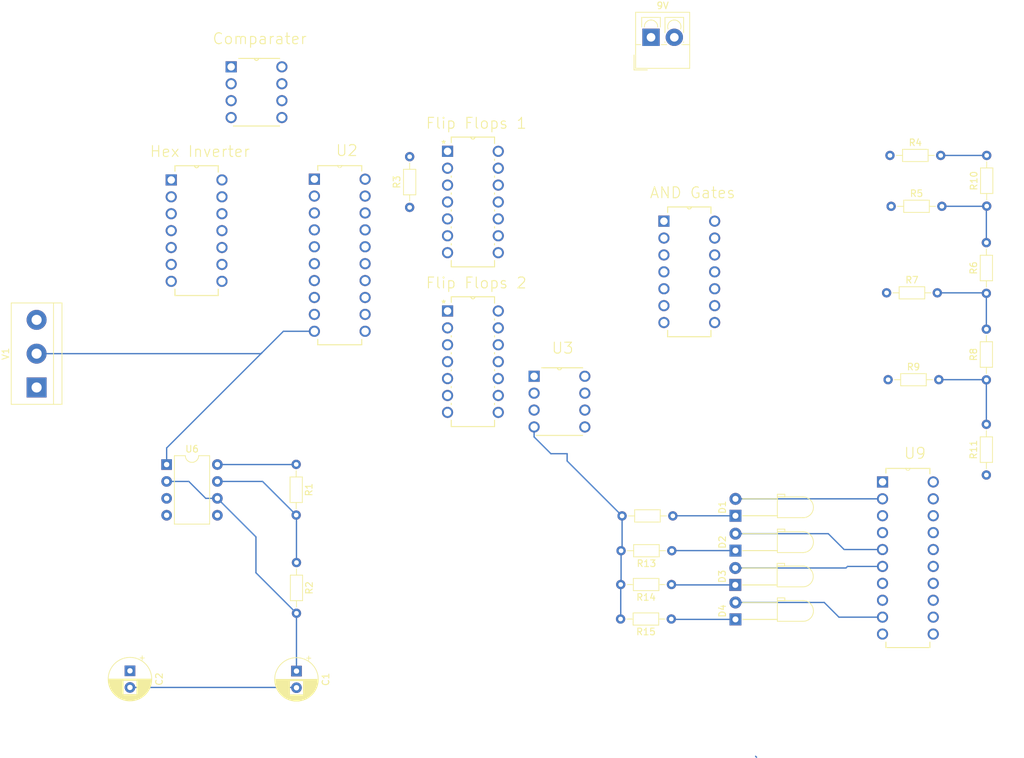
<source format=kicad_pcb>
(kicad_pcb (version 20240108) (generator "pcbnew") (generator_version "8.0")
  (layers (0 "F.Cu" signal) (31 "B.Cu" signal) (34 "B.Paste" user) (35 "F.Paste" user) (36 "B.SilkS" user "B.Silkscreen") (37 "F.SilkS" user "F.Silkscreen") (38 "B.Mask" user) (39 "F.Mask" user) (44 "Edge.Cuts" user))
  (net 0 "")
  (net 1 "Net-(U6-THR)")
  (net 2 "GND")
  (net 3 "Net-(U6-CV)")
  (net 4 "Net-(U6-DIS)")
  (net 5 "VDD")
  (net 6 "Net-(Dual_D_Flip-Flops1-1D)")
  (net 7 "Net-(U3-IN_A_2)")
  (net 8 "Net-(AND_Gates1-1Y)")
  (net 9 "Net-(AND_Gates1-2Y)")
  (net 10 "Net-(R10-Pad1)")
  (net 11 "Net-(R6-Pad1)")
  (net 12 "Net-(AND_Gates1-3Y)")
  (net 13 "Net-(R11-Pad2)")
  (net 14 "Net-(AND_Gates1-4Y)")
  (net 15 "Net-(D1-K)")
  (net 16 "Net-(D2-K)")
  (net 17 "Net-(D3-K)")
  (net 18 "Net-(D4-K)")
  (net 20 "Net-(Dual_D_Flip-Flops1-1~SD)")
  (net 22 "Net-(U2-Cp)")
  (net 26 "Net-(AND_Gates1-4A)")
  (net 29 "Net-(Dual_D_Flip-Flops_2-2CP)")
  (net 30 "+5V")
  (net 31 "Net-(AND_Gates1-2A)")
  (net 32 "Net-(U2-Q4)")
  (net 34 "Net-(AND_Gates1-3A)")
  (net 38 "+3V")
  (net 41 "Net-(D1-A)")
  (net 42 "Net-(D4-A)")
  (net 49 "Net-(D3-A)")
  (net 53 "Net-(D2-A)")
  (net 54 "Net-(Dual_D_Flip-Flops1-VCC)")
  (footprint "74HC74N Library:DIP254P762X420-14" (layer "F.Cu") (at 92.085 55.15)
    (property "Reference" "Flip Flops 1" (at -3.302 -19.4564 0) (layer "F.SilkS") (effects (font (size 1.64 1.64))))
    (property "Value" "DIP254P762X420-14")
    (fp_text user "*" (at -8.2042 -16.3322 0) (layer "F.SilkS"))
    (pad "1" thru_hole rect (at -7.62 -15.24) (size 1.6764 1.6764) (drill 1.1176) (layers "*.Cu" "*.Mask"))
    (pad "2" thru_hole circle (at -7.62 -12.7) (size 1.6764 1.6764) (drill 1.1176) (layers "*.Cu" "*.Mask"))
    (pad "3" thru_hole circle (at -7.62 -10.16) (size 1.6764 1.6764) (drill 1.1176) (layers "*.Cu" "*.Mask"))
    (pad "4" thru_hole circle (at -7.62 -7.62) (size 1.6764 1.6764) (drill 1.1176) (layers "*.Cu" "*.Mask"))
    (pad "5" thru_hole circle (at -7.62 -5.08) (size 1.6764 1.6764) (drill 1.1176) (layers "*.Cu" "*.Mask"))
    (pad "6" thru_hole circle (at -7.62 -2.54) (size 1.6764 1.6764) (drill 1.1176) (layers "*.Cu" "*.Mask"))
    (pad "7" thru_hole circle (at -7.62 0) (size 1.6764 1.6764) (drill 1.1176) (layers "*.Cu" "*.Mask"))
    (pad "8" thru_hole circle (at 0 0) (size 1.6764 1.6764) (drill 1.1176) (layers "*.Cu" "*.Mask"))
    (pad "9" thru_hole circle (at 0 -2.54) (size 1.6764 1.6764) (drill 1.1176) (layers "*.Cu" "*.Mask"))
    (pad "10" thru_hole circle (at 0 -5.08) (size 1.6764 1.6764) (drill 1.1176) (layers "*.Cu" "*.Mask"))
    (pad "11" thru_hole circle (at 0 -7.62) (size 1.6764 1.6764) (drill 1.1176) (layers "*.Cu" "*.Mask"))
    (pad "12" thru_hole circle (at 0 -10.16) (size 1.6764 1.6764) (drill 1.1176) (layers "*.Cu" "*.Mask"))
    (pad "13" thru_hole circle (at 0 -12.7) (size 1.6764 1.6764) (drill 1.1176) (layers "*.Cu" "*.Mask"))
    (pad "14" thru_hole circle (at 0 -15.24) (size 1.6764 1.6764) (drill 1.1176) (layers "*.Cu" "*.Mask"))
  )
  (footprint "Resistor_THT:R_Axial_DIN0204_L3.6mm_D1.6mm_P7.62mm_Horizontal" (layer "F.Cu") (at 118.148 99.9412 180)
    (property "Reference" "R13" (at 3.81 -1.92 360) (layer "F.SilkS"))
    (property "Value" "510")
    (pad "1" thru_hole circle (at 0 0 180) (size 1.4 1.4) (drill 0.7) (layers "*.Cu" "*.Mask") (net 16 "Net-(D2-K)"))
    (pad "2" thru_hole oval (at 7.62 0 180) (size 1.4 1.4) (drill 0.7) (layers "*.Cu" "*.Mask") (net 2 "GND"))
  )
  (footprint "LM393NG:DIP254P762X533-8" (layer "F.Cu") (at 105.085 81.34)
    (property "Reference" "U3" (at -3.3324 -11.85427 0) (layer "F.SilkS") (effects (font (size 1.642472 1.642472))))
    (property "Value" "LM393NG")
    (pad "1" thru_hole rect (at -7.62 -7.62) (size 1.6764 1.6764) (drill 1.1176) (layers "*.Cu" "*.Mask") (net 6 "Net-(Dual_D_Flip-Flops1-1D)"))
    (pad "2" thru_hole circle (at -7.62 -5.08) (size 1.6764 1.6764) (drill 1.1176) (layers "*.Cu" "*.Mask") (net 38 "+3V"))
    (pad "3" thru_hole circle (at -7.62 -2.54) (size 1.6764 1.6764) (drill 1.1176) (layers "*.Cu" "*.Mask") (net 7 "Net-(U3-IN_A_2)"))
    (pad "4" thru_hole circle (at -7.62 0) (size 1.6764 1.6764) (drill 1.1176) (layers "*.Cu" "*.Mask") (net 2 "GND"))
    (pad "5" thru_hole circle (at 0 0) (size 1.6764 1.6764) (drill 1.1176) (layers "*.Cu" "*.Mask"))
    (pad "6" thru_hole circle (at 0 -2.54) (size 1.6764 1.6764) (drill 1.1176) (layers "*.Cu" "*.Mask"))
    (pad "7" thru_hole circle (at 0 -5.08) (size 1.6764 1.6764) (drill 1.1176) (layers "*.Cu" "*.Mask"))
    (pad "8" thru_hole circle (at 0 -7.62) (size 1.6764 1.6764) (drill 1.1176) (layers "*.Cu" "*.Mask") (net 30 "+5V"))
  )
  (footprint "Resistor_THT:R_Axial_DIN0204_L3.6mm_D1.6mm_P7.62mm_Horizontal" (layer "F.Cu") (at 165.392 61.257 90)
    (property "Reference" "R6" (at 3.81 -1.92 90) (layer "F.SilkS"))
    (property "Value" "3.3k")
    (pad "1" thru_hole circle (at 0 0 90) (size 1.4 1.4) (drill 0.7) (layers "*.Cu" "*.Mask") (net 11 "Net-(R6-Pad1)"))
    (pad "2" thru_hole oval (at 7.62 0 90) (size 1.4 1.4) (drill 0.7) (layers "*.Cu" "*.Mask") (net 10 "Net-(R10-Pad1)"))
  )
  (footprint "LED_THT:LED_D3.0mm_Horizontal_O6.35mm_Z10.0mm" (layer "F.Cu") (at 127.7082 99.9212 90)
    (property "Reference" "D2" (at 1.27 -1.96 90) (layer "F.SilkS"))
    (property "Value" "LED")
    (pad "1" thru_hole rect (at 0 0 90) (size 1.8 1.8) (drill 0.9) (layers "*.Cu" "*.Mask") (net 16 "Net-(D2-K)"))
    (pad "2" thru_hole circle (at 2.54 0 90) (size 1.8 1.8) (drill 0.9) (layers "*.Cu" "*.Mask") (net 53 "Net-(D2-A)"))
  )
  (footprint "Resistor_THT:R_Axial_DIN0204_L3.6mm_D1.6mm_P7.62mm_Horizontal" (layer "F.Cu") (at 165.4428 48.1506 90)
    (property "Reference" "R10" (at 3.81 -1.92 90) (layer "F.SilkS"))
    (property "Value" "3.3k")
    (pad "1" thru_hole circle (at 0 0 90) (size 1.4 1.4) (drill 0.7) (layers "*.Cu" "*.Mask") (net 10 "Net-(R10-Pad1)"))
    (pad "2" thru_hole oval (at 7.62 0 90) (size 1.4 1.4) (drill 0.7) (layers "*.Cu" "*.Mask") (net 7 "Net-(U3-IN_A_2)"))
  )
  (footprint "Resistor_THT:R_Axial_DIN0204_L3.6mm_D1.6mm_P7.62mm_Horizontal" (layer "F.Cu") (at 118.3004 94.7088 180)
    (property "Reference" "R12" (hide yes))
    (property "Value" "510")
    (pad "1" thru_hole circle (at 0 0 180) (size 1.4 1.4) (drill 0.7) (layers "*.Cu" "*.Mask") (net 15 "Net-(D1-K)"))
    (pad "2" thru_hole oval (at 7.62 0 180) (size 1.4 1.4) (drill 0.7) (layers "*.Cu" "*.Mask") (net 2 "GND"))
  )
  (footprint "Resistor_THT:R_Axial_DIN0204_L3.6mm_D1.6mm_P7.62mm_Horizontal" (layer "F.Cu") (at 150.6346 74.2364)
    (property "Reference" "R9" (at 3.81 -1.92 0) (layer "F.SilkS"))
    (property "Value" "6.6k")
    (pad "1" thru_hole circle (at 0 0) (size 1.4 1.4) (drill 0.7) (layers "*.Cu" "*.Mask") (net 14 "Net-(AND_Gates1-4Y)"))
    (pad "2" thru_hole oval (at 7.62 0) (size 1.4 1.4) (drill 0.7) (layers "*.Cu" "*.Mask") (net 13 "Net-(R11-Pad2)"))
  )
  (footprint "Resistor_THT:R_Axial_DIN0204_L3.6mm_D1.6mm_P7.62mm_Horizontal" (layer "F.Cu") (at 118.0972 105.0212 180)
    (property "Reference" "R14" (at 3.81 -1.92 360) (layer "F.SilkS"))
    (property "Value" "510")
    (pad "1" thru_hole circle (at 0 0 180) (size 1.4 1.4) (drill 0.7) (layers "*.Cu" "*.Mask") (net 17 "Net-(D3-K)"))
    (pad "2" thru_hole oval (at 7.62 0 180) (size 1.4 1.4) (drill 0.7) (layers "*.Cu" "*.Mask") (net 2 "GND"))
  )
  (footprint "DIP254P762X420-14" (layer "F.Cu") (at 50.584 59.4536)
    (property "Reference" "Hex Inverter" (at -3.3121 -19.51588 0) (layer "F.SilkS") (effects (font (size 1.645008 1.645008))))
    (property "Value" "DIP254P762X420-14")
    (pad "1" thru_hole rect (at -7.62 -15.24) (size 1.6764 1.6764) (drill 1.1176) (layers "*.Cu" "*.Mask"))
    (pad "2" thru_hole circle (at -7.62 -12.7) (size 1.6764 1.6764) (drill 1.1176) (layers "*.Cu" "*.Mask"))
    (pad "3" thru_hole circle (at -7.62 -10.16) (size 1.6764 1.6764) (drill 1.1176) (layers "*.Cu" "*.Mask"))
    (pad "4" thru_hole circle (at -7.62 -7.62) (size 1.6764 1.6764) (drill 1.1176) (layers "*.Cu" "*.Mask"))
    (pad "5" thru_hole circle (at -7.62 -5.08) (size 1.6764 1.6764) (drill 1.1176) (layers "*.Cu" "*.Mask"))
    (pad "6" thru_hole circle (at -7.62 -2.54) (size 1.6764 1.6764) (drill 1.1176) (layers "*.Cu" "*.Mask"))
    (pad "7" thru_hole circle (at -7.62 0) (size 1.6764 1.6764) (drill 1.1176) (layers "*.Cu" "*.Mask"))
    (pad "8" thru_hole circle (at 0 0) (size 1.6764 1.6764) (drill 1.1176) (layers "*.Cu" "*.Mask"))
    (pad "9" thru_hole circle (at 0 -2.54) (size 1.6764 1.6764) (drill 1.1176) (layers "*.Cu" "*.Mask"))
    (pad "10" thru_hole circle (at 0 -5.08) (size 1.6764 1.6764) (drill 1.1176) (layers "*.Cu" "*.Mask"))
    (pad "11" thru_hole circle (at 0 -7.62) (size 1.6764 1.6764) (drill 1.1176) (layers "*.Cu" "*.Mask"))
    (pad "12" thru_hole circle (at 0 -10.16) (size 1.6764 1.6764) (drill 1.1176) (layers "*.Cu" "*.Mask"))
    (pad "13" thru_hole circle (at 0 -12.7) (size 1.6764 1.6764) (drill 1.1176) (layers "*.Cu" "*.Mask"))
    (pad "14" thru_hole circle (at 0 -15.24) (size 1.6764 1.6764) (drill 1.1176) (layers "*.Cu" "*.Mask"))
  )
  (footprint "74HC74N Library:DIP254P762X420-14" (layer "F.Cu") (at 92.085 79.15)
    (property "Reference" "Flip Flops 2" (at -3.302 -19.4564 0) (layer "F.SilkS") (effects (font (size 1.64 1.64))))
    (property "Value" "DIP254P762X420-14")
    (fp_text user "*" (at -8.2042 -16.3322 0) (layer "F.SilkS"))
    (pad "1" thru_hole rect (at -7.62 -15.24) (size 1.6764 1.6764) (drill 1.1176) (layers "*.Cu" "*.Mask"))
    (pad "2" thru_hole circle (at -7.62 -12.7) (size 1.6764 1.6764) (drill 1.1176) (layers "*.Cu" "*.Mask"))
    (pad "3" thru_hole circle (at -7.62 -10.16) (size 1.6764 1.6764) (drill 1.1176) (layers "*.Cu" "*.Mask"))
    (pad "4" thru_hole circle (at -7.62 -7.62) (size 1.6764 1.6764) (drill 1.1176) (layers "*.Cu" "*.Mask"))
    (pad "5" thru_hole circle (at -7.62 -5.08) (size 1.6764 1.6764) (drill 1.1176) (layers "*.Cu" "*.Mask"))
    (pad "6" thru_hole circle (at -7.62 -2.54) (size 1.6764 1.6764) (drill 1.1176) (layers "*.Cu" "*.Mask"))
    (pad "7" thru_hole circle (at -7.62 0) (size 1.6764 1.6764) (drill 1.1176) (layers "*.Cu" "*.Mask"))
    (pad "8" thru_hole circle (at 0 0) (size 1.6764 1.6764) (drill 1.1176) (layers "*.Cu" "*.Mask"))
    (pad "9" thru_hole circle (at 0 -2.54) (size 1.6764 1.6764) (drill 1.1176) (layers "*.Cu" "*.Mask"))
    (pad "10" thru_hole circle (at 0 -5.08) (size 1.6764 1.6764) (drill 1.1176) (layers "*.Cu" "*.Mask"))
    (pad "11" thru_hole circle (at 0 -7.62) (size 1.6764 1.6764) (drill 1.1176) (layers "*.Cu" "*.Mask"))
    (pad "12" thru_hole circle (at 0 -10.16) (size 1.6764 1.6764) (drill 1.1176) (layers "*.Cu" "*.Mask"))
    (pad "13" thru_hole circle (at 0 -12.7) (size 1.6764 1.6764) (drill 1.1176) (layers "*.Cu" "*.Mask"))
    (pad "14" thru_hole circle (at 0 -15.24) (size 1.6764 1.6764) (drill 1.1176) (layers "*.Cu" "*.Mask"))
  )
  (footprint "TerminalBlock_4Ucon:TerminalBlock_4Ucon_1x02_P3.50mm_Vertical" (layer "F.Cu") (at 115.025 22.78)
    (property "Reference" "9V" (at 1.75 -4.76 0) (layer "F.SilkS"))
    (property "Value" "TerminalBlock_4Ucon_1x02_P3.50mm_Vertical")
    (pad "1" thru_hole rect (at 0 0) (size 2.6 2.6) (drill 1.3) (layers "*.Cu" "*.Mask"))
    (pad "2" thru_hole circle (at 3.5 0) (size 2.6 2.6) (drill 1.3) (layers "*.Cu" "*.Mask"))
  )
  (footprint "Resistor_THT:R_Axial_DIN0204_L3.6mm_D1.6mm_P7.62mm_Horizontal" (layer "F.Cu") (at 150.914 40.5306)
    (property "Reference" "R4" (at 3.81 -1.92 0) (layer "F.SilkS"))
    (property "Value" "6.6k")
    (pad "1" thru_hole circle (at 0 0) (size 1.4 1.4) (drill 0.7) (layers "*.Cu" "*.Mask") (net 8 "Net-(AND_Gates1-1Y)"))
    (pad "2" thru_hole oval (at 7.62 0) (size 1.4 1.4) (drill 0.7) (layers "*.Cu" "*.Mask") (net 7 "Net-(U3-IN_A_2)"))
  )
  (footprint "LED_THT:LED_D3.0mm_Horizontal_O6.35mm_Z10.0mm" (layer "F.Cu") (at 127.7082 110.259 90)
    (property "Reference" "D4" (at 1.27 -1.96 90) (layer "F.SilkS"))
    (property "Value" "LED")
    (pad "1" thru_hole rect (at 0 0 90) (size 1.8 1.8) (drill 0.9) (layers "*.Cu" "*.Mask") (net 18 "Net-(D4-K)"))
    (pad "2" thru_hole circle (at 2.54 0 90) (size 1.8 1.8) (drill 0.9) (layers "*.Cu" "*.Mask") (net 42 "Net-(D4-A)"))
  )
  (footprint "Capacitor_THT:CP_Radial_D6.3mm_P2.50mm" (layer "F.Cu") (at 36.7664 117.9898 -90)
    (property "Reference" "C2" (at 1.25 -4.4 90) (layer "F.SilkS"))
    (property "Value" "10n")
    (pad "1" thru_hole rect (at 0 0 270) (size 1.6 1.6) (drill 0.8) (layers "*.Cu" "*.Mask") (net 3 "Net-(U6-CV)"))
    (pad "2" thru_hole circle (at 2.5 0 270) (size 1.6 1.6) (drill 0.8) (layers "*.Cu" "*.Mask") (net 2 "GND"))
  )
  (footprint "LED_THT:LED_D3.0mm_Horizontal_O6.35mm_Z10.0mm" (layer "F.Cu") (at 127.7082 94.6888 90)
    (property "Reference" "D1" (at 1.27 -1.96 90) (layer "F.SilkS"))
    (property "Value" "LED")
    (pad "1" thru_hole rect (at 0 0 90) (size 1.8 1.8) (drill 0.9) (layers "*.Cu" "*.Mask") (net 15 "Net-(D1-K)"))
    (pad "2" thru_hole circle (at 2.54 0 90) (size 1.8 1.8) (drill 0.9) (layers "*.Cu" "*.Mask") (net 41 "Net-(D1-A)"))
  )
  (footprint "Resistor_THT:R_Axial_DIN0204_L3.6mm_D1.6mm_P7.62mm_Horizontal" (layer "F.Cu") (at 165.392 74.2618 90)
    (property "Reference" "R8" (at 3.81 -1.92 90) (layer "F.SilkS"))
    (property "Value" "3.3k")
    (pad "1" thru_hole circle (at 0 0 90) (size 1.4 1.4) (drill 0.7) (layers "*.Cu" "*.Mask") (net 13 "Net-(R11-Pad2)"))
    (pad "2" thru_hole oval (at 7.62 0 90) (size 1.4 1.4) (drill 0.7) (layers "*.Cu" "*.Mask") (net 11 "Net-(R6-Pad1)"))
  )
  (footprint "LED_THT:LED_D3.0mm_Horizontal_O6.35mm_Z10.0mm" (layer "F.Cu") (at 127.6828 105.0774 90)
    (property "Reference" "D3" (at 1.27 -1.96 90) (layer "F.SilkS"))
    (property "Value" "LED")
    (pad "1" thru_hole rect (at 0 0 90) (size 1.8 1.8) (drill 0.9) (layers "*.Cu" "*.Mask") (net 17 "Net-(D3-K)"))
    (pad "2" thru_hole circle (at 2.54 0 90) (size 1.8 1.8) (drill 0.9) (layers "*.Cu" "*.Mask") (net 49 "Net-(D3-A)"))
  )
  (footprint "Resistor_THT:R_Axial_DIN0204_L3.6mm_D1.6mm_P7.62mm_Horizontal" (layer "F.Cu") (at 61.7346 86.9618 -90)
    (property "Reference" "R1" (at 3.81 -1.92 90) (layer "F.SilkS"))
    (property "Value" "1.2k")
    (pad "1" thru_hole circle (at 0 0 270) (size 1.4 1.4) (drill 0.7) (layers "*.Cu" "*.Mask") (net 5 "VDD"))
    (pad "2" thru_hole oval (at 7.62 0 270) (size 1.4 1.4) (drill 0.7) (layers "*.Cu" "*.Mask") (net 4 "Net-(U6-DIS)"))
  )
  (footprint "Resistor_THT:R_Axial_DIN0204_L3.6mm_D1.6mm_P7.62mm_Horizontal" (layer "F.Cu") (at 150.406 61.1808)
    (property "Reference" "R7" (at 3.81 -1.92 0) (layer "F.SilkS"))
    (property "Value" "6.6k")
    (pad "1" thru_hole circle (at 0 0) (size 1.4 1.4) (drill 0.7) (layers "*.Cu" "*.Mask") (net 12 "Net-(AND_Gates1-3Y)"))
    (pad "2" thru_hole oval (at 7.62 0) (size 1.4 1.4) (drill 0.7) (layers "*.Cu" "*.Mask") (net 11 "Net-(R6-Pad1)"))
  )
  (footprint "SN74HC273N:DIP254P762X508-20" (layer "F.Cu") (at 157.4164 112.4634)
    (property "Reference" "U9" (at -2.747035 -27.165155 0) (layer "F.SilkS") (effects (font (size 1.642291 1.642291))))
    (property "Value" "74HC273")
    (pad "1" thru_hole rect (at -7.62 -22.86) (size 1.6764 1.6764) (drill 1.1176) (layers "*.Cu" "*.Mask"))
    (pad "2" thru_hole circle (at -7.62 -20.32) (size 1.6764 1.6764) (drill 1.1176) (layers "*.Cu" "*.Mask") (net 41 "Net-(D1-A)"))
    (pad "3" thru_hole circle (at -7.62 -17.78) (size 1.6764 1.6764) (drill 1.1176) (layers "*.Cu" "*.Mask") (net 14 "Net-(AND_Gates1-4Y)"))
    (pad "4" thru_hole circle (at -7.62 -15.24) (size 1.6764 1.6764) (drill 1.1176) (layers "*.Cu" "*.Mask") (net 12 "Net-(AND_Gates1-3Y)"))
    (pad "5" thru_hole circle (at -7.62 -12.7) (size 1.6764 1.6764) (drill 1.1176) (layers "*.Cu" "*.Mask") (net 53 "Net-(D2-A)"))
    (pad "6" thru_hole circle (at -7.62 -10.16) (size 1.6764 1.6764) (drill 1.1176) (layers "*.Cu" "*.Mask") (net 49 "Net-(D3-A)"))
    (pad "7" thru_hole circle (at -7.62 -7.62) (size 1.6764 1.6764) (drill 1.1176) (layers "*.Cu" "*.Mask") (net 9 "Net-(AND_Gates1-2Y)"))
    (pad "8" thru_hole circle (at -7.62 -5.08) (size 1.6764 1.6764) (drill 1.1176) (layers "*.Cu" "*.Mask") (net 8 "Net-(AND_Gates1-1Y)"))
    (pad "9" thru_hole circle (at -7.62 -2.54) (size 1.6764 1.6764) (drill 1.1176) (layers "*.Cu" "*.Mask") (net 42 "Net-(D4-A)"))
    (pad "10" thru_hole circle (at -7.62 0) (size 1.6764 1.6764) (drill 1.1176) (layers "*.Cu" "*.Mask") (net 2 "GND"))
    (pad "11" thru_hole circle (at 0 0) (size 1.6764 1.6764) (drill 1.1176) (layers "*.Cu" "*.Mask") (net 32 "Net-(U2-Q4)"))
    (pad "12" thru_hole circle (at 0 -2.54) (size 1.6764 1.6764) (drill 1.1176) (layers "*.Cu" "*.Mask"))
    (pad "13" thru_hole circle (at 0 -5.08) (size 1.6764 1.6764) (drill 1.1176) (layers "*.Cu" "*.Mask"))
    (pad "14" thru_hole circle (at 0 -7.62) (size 1.6764 1.6764) (drill 1.1176) (layers "*.Cu" "*.Mask"))
    (pad "15" thru_hole circle (at 0 -10.16) (size 1.6764 1.6764) (drill 1.1176) (layers "*.Cu" "*.Mask"))
    (pad "16" thru_hole circle (at 0 -12.7) (size 1.6764 1.6764) (drill 1.1176) (layers "*.Cu" "*.Mask"))
    (pad "17" thru_hole circle (at 0 -15.24) (size 1.6764 1.6764) (drill 1.1176) (layers "*.Cu" "*.Mask"))
    (pad "18" thru_hole circle (at 0 -17.78) (size 1.6764 1.6764) (drill 1.1176) (layers "*.Cu" "*.Mask"))
    (pad "19" thru_hole circle (at 0 -20.32) (size 1.6764 1.6764) (drill 1.1176) (layers "*.Cu" "*.Mask"))
    (pad "20" thru_hole circle (at 0 -22.86) (size 1.6764 1.6764) (drill 1.1176) (layers "*.Cu" "*.Mask") (net 30 "+5V"))
  )
  (footprint "DIP254P762X420-14" (layer "F.Cu") (at 124.585 65.65)
    (property "Reference" "AND Gates" (at -3.3121 -19.51588 0) (layer "F.SilkS") (effects (font (size 1.645008 1.645008))))
    (property "Value" "DIP254P762X420-14")
    (pad "1" thru_hole rect (at -7.62 -15.24) (size 1.6764 1.6764) (drill 1.1176) (layers "*.Cu" "*.Mask"))
    (pad "2" thru_hole circle (at -7.62 -12.7) (size 1.6764 1.6764) (drill 1.1176) (layers "*.Cu" "*.Mask"))
    (pad "3" thru_hole circle (at -7.62 -10.16) (size 1.6764 1.6764) (drill 1.1176) (layers "*.Cu" "*.Mask"))
    (pad "4" thru_hole circle (at -7.62 -7.62) (size 1.6764 1.6764) (drill 1.1176) (layers "*.Cu" "*.Mask"))
    (pad "5" thru_hole circle (at -7.62 -5.08) (size 1.6764 1.6764) (drill 1.1176) (layers "*.Cu" "*.Mask"))
    (pad "6" thru_hole circle (at -7.62 -2.54) (size 1.6764 1.6764) (drill 1.1176) (layers "*.Cu" "*.Mask"))
    (pad "7" thru_hole circle (at -7.62 0) (size 1.6764 1.6764) (drill 1.1176) (layers "*.Cu" "*.Mask"))
    (pad "8" thru_hole circle (at 0 0) (size 1.6764 1.6764) (drill 1.1176) (layers "*.Cu" "*.Mask"))
    (pad "9" thru_hole circle (at 0 -2.54) (size 1.6764 1.6764) (drill 1.1176) (layers "*.Cu" "*.Mask"))
    (pad "10" thru_hole circle (at 0 -5.08) (size 1.6764 1.6764) (drill 1.1176) (layers "*.Cu" "*.Mask"))
    (pad "11" thru_hole circle (at 0 -7.62) (size 1.6764 1.6764) (drill 1.1176) (layers "*.Cu" "*.Mask"))
    (pad "12" thru_hole circle (at 0 -10.16) (size 1.6764 1.6764) (drill 1.1176) (layers "*.Cu" "*.Mask"))
    (pad "13" thru_hole circle (at 0 -12.7) (size 1.6764 1.6764) (drill 1.1176) (layers "*.Cu" "*.Mask"))
    (pad "14" thru_hole circle (at 0 -15.24) (size 1.6764 1.6764) (drill 1.1176) (layers "*.Cu" "*.Mask"))
  )
  (footprint "TerminalBlock:TerminalBlock_bornier-3_P5.08mm" (layer "F.Cu") (at 22.7456 75.4048 90)
    (property "Reference" "V1" (at 5.05 -4.65 90) (layer "F.SilkS"))
    (property "Value" "5V")
    (pad "1" thru_hole rect (at 0 0 90) (size 3 3) (drill 1.52) (layers "*.Cu" "*.Mask") (net 54 "Net-(Dual_D_Flip-Flops1-VCC)"))
    (pad "2" thru_hole circle (at 5.08 0 90) (size 3 3) (drill 1.52) (layers "*.Cu" "*.Mask") (net 2 "GND"))
    (pad "3" thru_hole circle (at 10.16 0 90) (size 3 3) (drill 1.52) (layers "*.Cu" "*.Mask"))
  )
  (footprint "Resistor_THT:R_Axial_DIN0204_L3.6mm_D1.6mm_P7.62mm_Horizontal" (layer "F.Cu") (at 78.775 48.34 90)
    (property "Reference" "R3" (at 3.81 -1.92 90) (layer "F.SilkS"))
    (property "Value" "5.1k")
    (pad "1" thru_hole circle (at 0 0 90) (size 1.4 1.4) (drill 0.7) (layers "*.Cu" "*.Mask") (net 6 "Net-(Dual_D_Flip-Flops1-1D)"))
    (pad "2" thru_hole oval (at 7.62 0 90) (size 1.4 1.4) (drill 0.7) (layers "*.Cu" "*.Mask") (net 5 "VDD"))
  )
  (footprint "Resistor_THT:R_Axial_DIN0204_L3.6mm_D1.6mm_P7.62mm_Horizontal" (layer "F.Cu") (at 165.392 88.562 90)
    (property "Reference" "R11" (at 3.81 -1.92 90) (layer "F.SilkS"))
    (property "Value" "3.3k")
    (pad "1" thru_hole circle (at 0 0 90) (size 1.4 1.4) (drill 0.7) (layers "*.Cu" "*.Mask") (net 2 "GND"))
    (pad "2" thru_hole oval (at 7.62 0 90) (size 1.4 1.4) (drill 0.7) (layers "*.Cu" "*.Mask") (net 13 "Net-(R11-Pad2)"))
  )
  (footprint "Package_DIP:DIP-8_W7.62mm" (layer "F.Cu") (at 42.275 86.99)
    (property "Reference" "U6" (at 3.81 -2.33 0) (layer "F.SilkS"))
    (property "Value" "LM555xN")
    (pad "1" thru_hole rect (at 0 0) (size 1.6 1.6) (drill 0.8) (layers "*.Cu" "*.Mask") (net 2 "GND"))
    (pad "2" thru_hole oval (at 0 2.54) (size 1.6 1.6) (drill 0.8) (layers "*.Cu" "*.Mask") (net 1 "Net-(U6-THR)"))
    (pad "3" thru_hole oval (at 0 5.08) (size 1.6 1.6) (drill 0.8) (layers "*.Cu" "*.Mask") (net 22 "Net-(U2-Cp)"))
    (pad "4" thru_hole oval (at 0 7.62) (size 1.6 1.6) (drill 0.8) (layers "*.Cu" "*.Mask") (net 5 "VDD"))
    (pad "5" thru_hole oval (at 7.62 7.62) (size 1.6 1.6) (drill 0.8) (layers "*.Cu" "*.Mask") (net 3 "Net-(U6-CV)"))
    (pad "6" thru_hole oval (at 7.62 5.08) (size 1.6 1.6) (drill 0.8) (layers "*.Cu" "*.Mask") (net 1 "Net-(U6-THR)"))
    (pad "7" thru_hole oval (at 7.62 2.54) (size 1.6 1.6) (drill 0.8) (layers "*.Cu" "*.Mask") (net 4 "Net-(U6-DIS)"))
    (pad "8" thru_hole oval (at 7.62 0) (size 1.6 1.6) (drill 0.8) (layers "*.Cu" "*.Mask") (net 5 "VDD"))
  )
  (footprint "Resistor_THT:R_Axial_DIN0204_L3.6mm_D1.6mm_P7.62mm_Horizontal" (layer "F.Cu") (at 118.0718 110.2028 180)
    (property "Reference" "R15" (at 3.81 -1.92 360) (layer "F.SilkS"))
    (property "Value" "510")
    (pad "1" thru_hole circle (at 0 0 180) (size 1.4 1.4) (drill 0.7) (layers "*.Cu" "*.Mask") (net 18 "Net-(D4-K)"))
    (pad "2" thru_hole oval (at 7.62 0 180) (size 1.4 1.4) (drill 0.7) (layers "*.Cu" "*.Mask") (net 2 "GND"))
  )
  (footprint "Capacitor_THT:CP_Radial_D6.3mm_P2.50mm" (layer "F.Cu") (at 61.775 118.03 -90)
    (property "Reference" "C1" (at 1.25 -4.4 90) (layer "F.SilkS"))
    (property "Value" "100n")
    (pad "1" thru_hole rect (at 0 0 270) (size 1.6 1.6) (drill 0.8) (layers "*.Cu" "*.Mask") (net 1 "Net-(U6-THR)"))
    (pad "2" thru_hole circle (at 2.5 0 270) (size 1.6 1.6) (drill 0.8) (layers "*.Cu" "*.Mask") (net 2 "GND"))
  )
  (footprint "Resistor_THT:R_Axial_DIN0204_L3.6mm_D1.6mm_P7.62mm_Horizontal" (layer "F.Cu") (at 61.775 101.72 -90)
    (property "Reference" "R2" (at 3.81 -1.92 90) (layer "F.SilkS"))
    (property "Value" "2.4k")
    (pad "1" thru_hole circle (at 0 0 270) (size 1.4 1.4) (drill 0.7) (layers "*.Cu" "*.Mask") (net 4 "Net-(U6-DIS)"))
    (pad "2" thru_hole oval (at 7.62 0 270) (size 1.4 1.4) (drill 0.7) (layers "*.Cu" "*.Mask") (net 1 "Net-(U6-THR)"))
  )
  (footprint "Resistor_THT:R_Axial_DIN0204_L3.6mm_D1.6mm_P7.62mm_Horizontal" (layer "F.Cu") (at 151.0918 48.176)
    (property "Reference" "R5" (at 3.81 -1.92 0) (layer "F.SilkS"))
    (property "Value" "6.6k")
    (pad "1" thru_hole circle (at 0 0) (size 1.4 1.4) (drill 0.7) (layers "*.Cu" "*.Mask") (net 9 "Net-(AND_Gates1-2Y)"))
    (pad "2" thru_hole oval (at 7.62 0) (size 1.4 1.4) (drill 0.7) (layers "*.Cu" "*.Mask") (net 10 "Net-(R10-Pad1)"))
  )
  (footprint "LM393NG:DIP254P762X533-8" (layer "F.Cu") (at 59.585 34.84)
    (property "Reference" "Comparater" (at -3.3324 -11.85427 0) (layer "F.SilkS") (effects (font (size 1.642472 1.642472))))
    (property "Value" "DIP254P762X533-8")
    (pad "1" thru_hole rect (at -7.62 -7.62) (size 1.6764 1.6764) (drill 1.1176) (layers "*.Cu" "*.Mask"))
    (pad "2" thru_hole circle (at -7.62 -5.08) (size 1.6764 1.6764) (drill 1.1176) (layers "*.Cu" "*.Mask"))
    (pad "3" thru_hole circle (at -7.62 -2.54) (size 1.6764 1.6764) (drill 1.1176) (layers "*.Cu" "*.Mask"))
    (pad "4" thru_hole circle (at -7.62 0) (size 1.6764 1.6764) (drill 1.1176) (layers "*.Cu" "*.Mask"))
    (pad "5" thru_hole circle (at 0 0) (size 1.6764 1.6764) (drill 1.1176) (layers "*.Cu" "*.Mask"))
    (pad "6" thru_hole circle (at 0 -2.54) (size 1.6764 1.6764) (drill 1.1176) (layers "*.Cu" "*.Mask"))
    (pad "7" thru_hole circle (at 0 -5.08) (size 1.6764 1.6764) (drill 1.1176) (layers "*.Cu" "*.Mask"))
    (pad "8" thru_hole circle (at 0 -7.62) (size 1.6764 1.6764) (drill 1.1176) (layers "*.Cu" "*.Mask"))
  )
  (footprint "SN74HC273N:DIP254P762X508-20" (layer "F.Cu") (at 72.085 66.96)
    (property "Reference" "U2" (at -2.747035 -27.165155 0) (layer "F.SilkS") (effects (font (size 1.642291 1.642291))))
    (property "Value" "74HC273")
    (pad "1" thru_hole rect (at -7.62 -22.86) (size 1.6764 1.6764) (drill 1.1176) (layers "*.Cu" "*.Mask") (net 20 "Net-(Dual_D_Flip-Flops1-1~SD)"))
    (pad "2" thru_hole circle (at -7.62 -20.32) (size 1.6764 1.6764) (drill 1.1176) (layers "*.Cu" "*.Mask") (net 31 "Net-(AND_Gates1-2A)"))
    (pad "3" thru_hole circle (at -7.62 -17.78) (size 1.6764 1.6764) (drill 1.1176) (layers "*.Cu" "*.Mask") (net 5 "VDD"))
    (pad "4" thru_hole circle (at -7.62 -15.24) (size 1.6764 1.6764) (drill 1.1176) (layers "*.Cu" "*.Mask"))
    (pad "5" thru_hole circle (at -7.62 -12.7) (size 1.6764 1.6764) (drill 1.1176) (layers "*.Cu" "*.Mask") (net 34 "Net-(AND_Gates1-3A)"))
    (pad "6" thru_hole circle (at -7.62 -10.16) (size 1.6764 1.6764) (drill 1.1176) (layers "*.Cu" "*.Mask") (net 26 "Net-(AND_Gates1-4A)"))
    (pad "7" thru_hole circle (at -7.62 -7.62) (size 1.6764 1.6764) (drill 1.1176) (layers "*.Cu" "*.Mask"))
    (pad "8" thru_hole circle (at -7.62 -5.08) (size 1.6764 1.6764) (drill 1.1176) (layers "*.Cu" "*.Mask"))
    (pad "9" thru_hole circle (at -7.62 -2.54) (size 1.6764 1.6764) (drill 1.1176) (layers "*.Cu" "*.Mask") (net 29 "Net-(Dual_D_Flip-Flops_2-2CP)"))
    (pad "10" thru_hole circle (at -7.62 0) (size 1.6764 1.6764) (drill 1.1176) (layers "*.Cu" "*.Mask") (net 2 "GND"))
    (pad "11" thru_hole circle (at 0 0) (size 1.6764 1.6764) (drill 1.1176) (layers "*.Cu" "*.Mask") (net 22 "Net-(U2-Cp)"))
    (pad "12" thru_hole circle (at 0 -2.54) (size 1.6764 1.6764) (drill 1.1176) (layers "*.Cu" "*.Mask") (net 32 "Net-(U2-Q4)"))
    (pad "13" thru_hole circle (at 0 -5.08) (size 1.6764 1.6764) (drill 1.1176) (layers "*.Cu" "*.Mask"))
    (pad "14" thru_hole circle (at 0 -7.62) (size 1.6764 1.6764) (drill 1.1176) (layers "*.Cu" "*.Mask"))
    (pad "15" thru_hole circle (at 0 -10.16) (size 1.6764 1.6764) (drill 1.1176) (layers "*.Cu" "*.Mask"))
    (pad "16" thru_hole circle (at 0 -12.7) (size 1.6764 1.6764) (drill 1.1176) (layers "*.Cu" "*.Mask"))
    (pad "17" thru_hole circle (at 0 -15.24) (size 1.6764 1.6764) (drill 1.1176) (layers "*.Cu" "*.Mask"))
    (pad "18" thru_hole circle (at 0 -17.78) (size 1.6764 1.6764) (drill 1.1176) (layers "*.Cu" "*.Mask"))
    (pad "19" thru_hole circle (at 0 -20.32) (size 1.6764 1.6764) (drill 1.1176) (layers "*.Cu" "*.Mask"))
    (pad "20" thru_hole circle (at 0 -22.86) (size 1.6764 1.6764) (drill 1.1176) (layers "*.Cu" "*.Mask") (net 30 "+5V"))
  )
  (segment (start 45.6084 89.53) (end 48.1484 92.07) (width 0.2) (layer "B.Cu") (net 1))
  (segment (start 55.6894 97.8644) (end 55.6894 103.2544) (width 0.2) (layer "B.Cu") (net 1))
  (segment (start 61.775 118.03) (end 61.775 109.34) (width 0.2) (layer "B.Cu") (net 1))
  (segment (start 42.275 89.53) (end 45.6084 89.53) (width 0.2) (layer "B.Cu") (net 1))
  (segment (start 48.1484 92.07) (end 49.895 92.07) (width 0.2) (layer "B.Cu") (net 1))
  (segment (start 55.6894 103.2544) (end 61.775 109.34) (width 0.2) (layer "B.Cu") (net 1))
  (segment (start 49.895 92.07) (end 55.6894 97.8644) (width 0.2) (layer "B.Cu") (net 1))
  (segment (start 102.4254 85.3616) (end 102.4254 86.4538) (width 0.2) (layer "B.Cu") (net 2))
  (segment (start 97.465 82.8396) (end 99.987 85.3616) (width 0.2) (layer "B.Cu") (net 2))
  (segment (start 61.7348 120.4898) (end 61.775 120.53) (width 0.2) (layer "B.Cu") (net 2))
  (segment (start 22.7456 70.3248) (end 56.4454 70.3248) (width 0.2) (layer "B.Cu") (net 2))
  (segment (start 110.6804 99.7888) (end 110.528 99.9412) (width 0.2) (layer "B.Cu") (net 2))
  (segment (start 110.6804 94.7088) (end 110.6804 99.7888) (width 0.2) (layer "B.Cu") (net 2))
  (segment (start 110.528 99.9412) (end 110.528 104.9704) (width 0.2) (layer "B.Cu") (net 2))
  (segment (start 110.4772 110.1774) (end 110.4518 110.2028) (width 0.2) (layer "B.Cu") (net 2))
  (segment (start 110.528 104.9704) (end 110.4772 105.0212) (width 0.2) (layer "B.Cu") (net 2))
  (segment (start 97.465 81.34) (end 97.465 82.8396) (width 0.2) (layer "B.Cu") (net 2))
  (segment (start 99.987 85.3616) (end 102.4254 85.3616) (width 0.2) (layer "B.Cu") (net 2))
  (segment (start 59.8102 66.96) (end 64.465 66.96) (width 0.2) (layer "B.Cu") (net 2))
  (segment (start 42.275 84.4952) (end 56.6262 70.144) (width 0.2) (layer "B.Cu") (net 2))
  (segment (start 36.7664 120.4898) (end 61.7348 120.4898) (width 0.2) (layer "B.Cu") (net 2))
  (segment (start 110.4772 105.0212) (end 110.4772 110.1774) (width 0.2) (layer "B.Cu") (net 2))
  (segment (start 56.4454 70.3248) (end 56.6262 70.144) (width 0.2) (layer "B.Cu") (net 2))
  (segment (start 56.6262 70.144) (end 59.8102 66.96) (width 0.2) (layer "B.Cu") (net 2))
  (segment (start 102.4254 86.4538) (end 110.6804 94.7088) (width 0.2) (layer "B.Cu") (net 2))
  (segment (start 42.275 86.99) (end 42.275 84.4952) (width 0.2) (layer "B.Cu") (net 2))
  (segment (start 61.775 101.72) (end 61.775 94.34) (width 0.2) (layer "B.Cu") (net 4))
  (segment (start 61.7346 94.5818) (end 56.6828 89.53) (width 0.2) (layer "B.Cu") (net 4))
  (segment (start 56.6828 89.53) (end 49.895 89.53) (width 0.2) (layer "B.Cu") (net 4))
  (segment (start 61.7064 86.99) (end 61.7346 86.9618) (width 0.2) (layer "B.Cu") (net 5))
  (segment (start 49.895 86.99) (end 61.7064 86.99) (width 0.2) (layer "B.Cu") (net 5))
  (segment (start 158.534 40.5306) (end 165.4428 40.5306) (width 0.2) (layer "B.Cu") (net 7))
  (segment (start 165.392 48.2014) (end 165.4428 48.1506) (width 0.2) (layer "B.Cu") (net 10))
  (segment (start 165.4174 48.176) (end 165.4428 48.1506) (width 0.2) (layer "B.Cu") (net 10))
  (segment (start 165.392 53.637) (end 165.392 48.2014) (width 0.2) (layer "B.Cu") (net 10))
  (segment (start 158.7118 48.176) (end 165.4174 48.176) (width 0.2) (layer "B.Cu") (net 10))
  (segment (start 158.026 61.1808) (end 165.3158 61.1808) (width 0.2) (layer "B.Cu") (net 11))
  (segment (start 165.392 66.6418) (end 165.392 61.257) (width 0.2) (layer "B.Cu") (net 11))
  (segment (start 165.3158 61.1808) (end 165.392 61.257) (width 0.2) (layer "B.Cu") (net 11))
  (segment (start 165.3666 74.2364) (end 165.392 74.2618) (width 0.2) (layer "B.Cu") (net 13))
  (segment (start 165.392 80.942) (end 165.392 74.2618) (width 0.2) (layer "B.Cu") (net 13))
  (segment (start 158.2546 74.2364) (end 165.3666 74.2364) (width 0.2) (layer "B.Cu") (net 13))
  (segment (start 118.589 94.4202) (end 118.3004 94.7088) (width 0.2) (layer "B.Cu") (net 15))
  (segment (start 127.7082 94.6888) (end 118.3204 94.6888) (width 0.2) (layer "B.Cu") (net 15))
  (segment (start 118.3204 94.6888) (end 118.3004 94.7088) (width 0.2) (layer "B.Cu") (net 15))
  (segment (start 130.8756 130.9778) (end 130.7308 130.833) (width 0.2) (layer "B.Cu") (net 16))
  (segment (start 118.168 99.9212) (end 118.148 99.9412) (width 0.2) (layer "B.Cu") (net 16))
  (segment (start 127.7082 99.9212) (end 118.168 99.9212) (width 0.2) (layer "B.Cu") (net 16))
  (segment (start 118.1534 105.0774) (end 118.0972 105.0212) (width 0.2) (layer "B.Cu") (net 17))
  (segment (start 127.6828 105.0774) (end 118.1534 105.0774) (width 0.2) (layer "B.Cu") (net 17))
  (segment (start 118.128 110.259) (end 118.0718 110.2028) (width 0.2) (layer "B.Cu") (net 18))
  (segment (start 127.7082 110.259) (end 118.128 110.259) (width 0.2) (layer "B.Cu") (net 18))
  (segment (start 149.7964 92.1434) (end 127.7136 92.1434) (width 0.2) (layer "B.Cu") (net 41))
  (segment (start 127.7136 92.1434) (end 127.7082 92.1488) (width 0.2) (layer "B.Cu") (net 41))
  (segment (start 149.7964 109.9234) (end 143.2432 109.9234) (width 0.2) (layer "B.Cu") (net 42))
  (segment (start 143.2432 109.9234) (end 141.0388 107.719) (width 0.2) (layer "B.Cu") (net 42))
  (segment (start 141.0388 107.719) (end 127.7082 107.719) (width 0.2) (layer "B.Cu") (net 42))
  (segment (start 127.9168 102.3034) (end 127.6828 102.5374) (width 0.2) (layer "B.Cu") (net 49))
  (segment (start 144.5386 102.3034) (end 149.7964 102.3034) (width 0.2) (layer "B.Cu") (net 49))
  (segment (start 144.3046 102.5374) (end 144.5386 102.3034) (width 0.2) (layer "B.Cu") (net 49))
  (segment (start 127.6828 102.5374) (end 144.3046 102.5374) (width 0.2) (layer "B.Cu") (net 49))
  (segment (start 127.7082 97.3812) (end 141.6484 97.3812) (width 0.2) (layer "B.Cu") (net 53))
  (segment (start 144.0306 99.7634) (end 149.7964 99.7634) (width 0.2) (layer "B.Cu") (net 53))
  (segment (start 141.6484 97.3812) (end 144.0306 99.7634) (width 0.2) (layer "B.Cu") (net 53))
)
</source>
